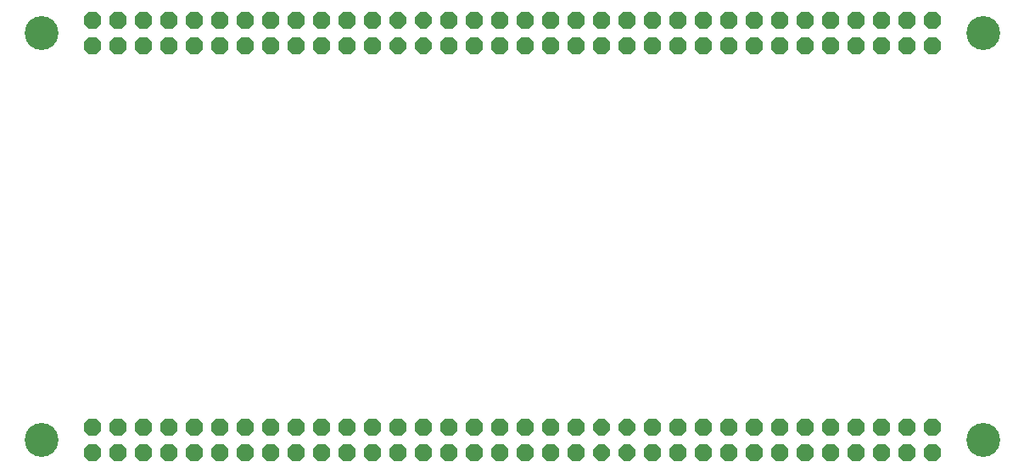
<source format=gts>
G75*
%MOIN*%
%OFA0B0*%
%FSLAX24Y24*%
%IPPOS*%
%LPD*%
%AMOC8*
5,1,8,0,0,1.08239X$1,22.5*
%
%ADD10C,0.1330*%
%ADD11OC8,0.0680*%
%ADD12OC8,0.0640*%
D10*
X001680Y002180D03*
X001680Y018180D03*
X038680Y018180D03*
X038680Y002180D03*
D11*
X003680Y001680D03*
X004680Y001680D03*
X005680Y001680D03*
X006680Y001680D03*
X007680Y001680D03*
X008680Y001680D03*
X009680Y001680D03*
X010680Y001680D03*
X011680Y001680D03*
X012680Y001680D03*
X013680Y001680D03*
X014680Y001680D03*
X015680Y001680D03*
X016680Y001680D03*
X017680Y001680D03*
X018680Y001680D03*
X019680Y001680D03*
X020680Y001680D03*
X021680Y001680D03*
X022680Y001680D03*
X022680Y002680D03*
X021680Y002680D03*
X020680Y002680D03*
X019680Y002680D03*
X018680Y002680D03*
X017680Y002680D03*
X016680Y002680D03*
X015680Y002680D03*
X014680Y002680D03*
X013680Y002680D03*
X012680Y002680D03*
X011680Y002680D03*
X010680Y002680D03*
X009680Y002680D03*
X008680Y002680D03*
X007680Y002680D03*
X006680Y002680D03*
X005680Y002680D03*
X004680Y002680D03*
X003680Y002680D03*
X025680Y002680D03*
X026680Y002680D03*
X027680Y002680D03*
X028680Y002680D03*
X029680Y002680D03*
X030680Y002680D03*
X031680Y002680D03*
X032680Y002680D03*
X033680Y002680D03*
X034680Y002680D03*
X035680Y002680D03*
X036680Y002680D03*
X036680Y001680D03*
X035680Y001680D03*
X034680Y001680D03*
X033680Y001680D03*
X032680Y001680D03*
X031680Y001680D03*
X030680Y001680D03*
X029680Y001680D03*
X028680Y001680D03*
X027680Y001680D03*
X026680Y001680D03*
X025680Y001680D03*
X025680Y017680D03*
X024680Y017680D03*
X023680Y017680D03*
X022680Y017680D03*
X021680Y017680D03*
X020680Y017680D03*
X019680Y017680D03*
X018680Y017680D03*
X017680Y017680D03*
X017680Y018680D03*
X018680Y018680D03*
X019680Y018680D03*
X020680Y018680D03*
X021680Y018680D03*
X022680Y018680D03*
X023680Y018680D03*
X024680Y018680D03*
X025680Y018680D03*
X026680Y018680D03*
X027680Y018680D03*
X028680Y018680D03*
X029680Y018680D03*
X030680Y018680D03*
X031680Y018680D03*
X032680Y018680D03*
X033680Y018680D03*
X034680Y018680D03*
X035680Y018680D03*
X036680Y018680D03*
X036680Y017680D03*
X035680Y017680D03*
X034680Y017680D03*
X033680Y017680D03*
X032680Y017680D03*
X031680Y017680D03*
X030680Y017680D03*
X029680Y017680D03*
X028680Y017680D03*
X027680Y017680D03*
X026680Y017680D03*
X014680Y017680D03*
X013680Y017680D03*
X012680Y017680D03*
X011680Y017680D03*
X010680Y017680D03*
X009680Y017680D03*
X008680Y017680D03*
X007680Y017680D03*
X006680Y017680D03*
X005680Y017680D03*
X004680Y017680D03*
X003680Y017680D03*
X003680Y018680D03*
X004680Y018680D03*
X005680Y018680D03*
X006680Y018680D03*
X007680Y018680D03*
X008680Y018680D03*
X009680Y018680D03*
X010680Y018680D03*
X011680Y018680D03*
X012680Y018680D03*
X013680Y018680D03*
X014680Y018680D03*
D12*
X015680Y018680D03*
X016680Y018680D03*
X016680Y017680D03*
X015680Y017680D03*
X023680Y002680D03*
X024680Y002680D03*
X024680Y001680D03*
X023680Y001680D03*
M02*

</source>
